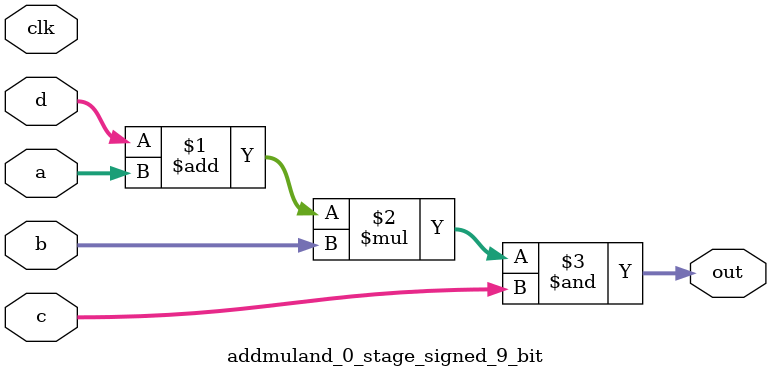
<source format=sv>
(* use_dsp = "yes" *) module addmuland_0_stage_signed_9_bit(
	input signed [8:0] a,
	input signed [8:0] b,
	input signed [8:0] c,
	input signed [8:0] d,
	output [8:0] out,
	input clk);

	assign out = ((d + a) * b) & c;
endmodule

</source>
